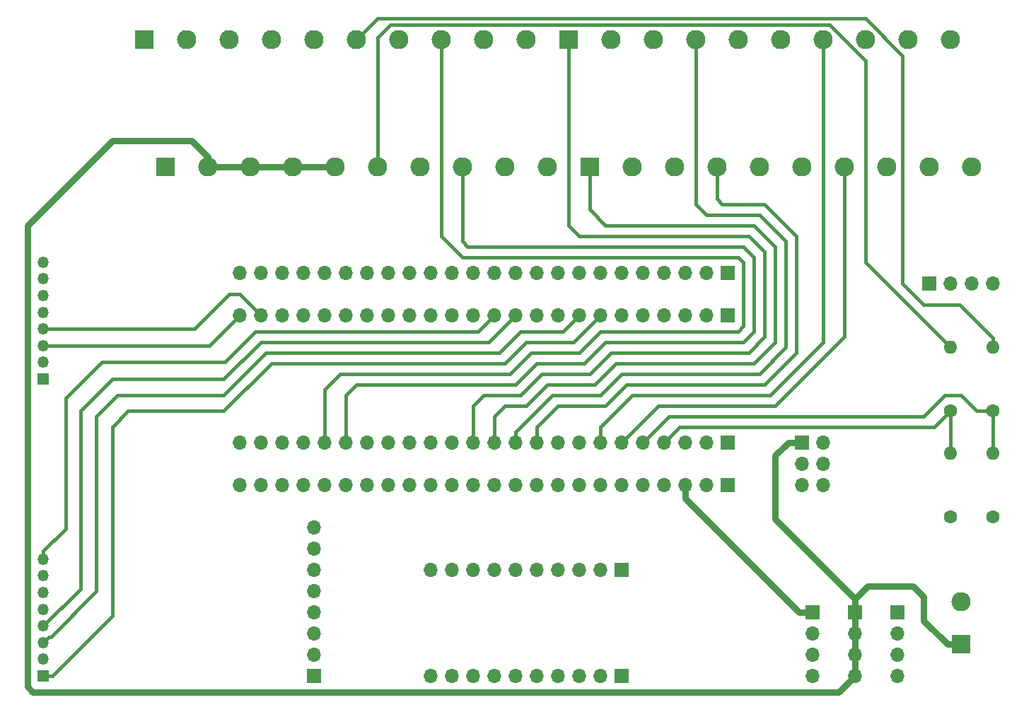
<source format=gbr>
G04 #@! TF.GenerationSoftware,KiCad,Pcbnew,(5.1.4)-1*
G04 #@! TF.CreationDate,2020-01-23T23:34:45-05:00*
G04 #@! TF.ProjectId,MainDataAquisitionBoard,4d61696e-4461-4746-9141-717569736974,rev?*
G04 #@! TF.SameCoordinates,Original*
G04 #@! TF.FileFunction,Copper,L1,Top*
G04 #@! TF.FilePolarity,Positive*
%FSLAX46Y46*%
G04 Gerber Fmt 4.6, Leading zero omitted, Abs format (unit mm)*
G04 Created by KiCad (PCBNEW (5.1.4)-1) date 2020-01-23 23:34:45*
%MOMM*%
%LPD*%
G04 APERTURE LIST*
%ADD10R,1.700000X1.700000*%
%ADD11O,1.700000X1.700000*%
%ADD12R,1.350000X1.350000*%
%ADD13O,1.350000X1.350000*%
%ADD14C,1.600000*%
%ADD15O,1.600000X1.600000*%
%ADD16O,2.300000X2.300000*%
%ADD17R,2.300000X2.300000*%
%ADD18C,0.381000*%
%ADD19C,0.762000*%
G04 APERTURE END LIST*
D10*
X148590000Y-102870000D03*
D11*
X146050000Y-102870000D03*
X143510000Y-102870000D03*
X140970000Y-102870000D03*
X138430000Y-102870000D03*
X135890000Y-102870000D03*
X133350000Y-102870000D03*
X130810000Y-102870000D03*
X128270000Y-102870000D03*
X125730000Y-102870000D03*
X123190000Y-102870000D03*
X120650000Y-102870000D03*
X118110000Y-102870000D03*
X115570000Y-102870000D03*
X113030000Y-102870000D03*
X110490000Y-102870000D03*
X107950000Y-102870000D03*
X105410000Y-102870000D03*
X102870000Y-102870000D03*
X100330000Y-102870000D03*
X97790000Y-102870000D03*
X95250000Y-102870000D03*
X92710000Y-102870000D03*
X90170000Y-102870000D03*
D10*
X135890000Y-118110000D03*
D11*
X133350000Y-118110000D03*
X130810000Y-118110000D03*
X128270000Y-118110000D03*
X125730000Y-118110000D03*
X123190000Y-118110000D03*
X120650000Y-118110000D03*
X118110000Y-118110000D03*
X115570000Y-118110000D03*
X113030000Y-118110000D03*
D12*
X66675000Y-130810000D03*
D13*
X66675000Y-128810000D03*
X66675000Y-126810000D03*
X66675000Y-124810000D03*
X66675000Y-122810000D03*
X66675000Y-120810000D03*
X66675000Y-118810000D03*
X66675000Y-116810000D03*
D14*
X180340000Y-111760000D03*
D15*
X180340000Y-104140000D03*
D11*
X90170000Y-82550000D03*
X92710000Y-82550000D03*
X95250000Y-82550000D03*
X97790000Y-82550000D03*
X100330000Y-82550000D03*
X102870000Y-82550000D03*
X105410000Y-82550000D03*
X107950000Y-82550000D03*
X110490000Y-82550000D03*
X113030000Y-82550000D03*
X115570000Y-82550000D03*
X118110000Y-82550000D03*
X120650000Y-82550000D03*
X123190000Y-82550000D03*
X125730000Y-82550000D03*
X128270000Y-82550000D03*
X130810000Y-82550000D03*
X133350000Y-82550000D03*
X135890000Y-82550000D03*
X138430000Y-82550000D03*
X140970000Y-82550000D03*
X143510000Y-82550000D03*
X146050000Y-82550000D03*
D10*
X148590000Y-82550000D03*
X148590000Y-87630000D03*
D11*
X146050000Y-87630000D03*
X143510000Y-87630000D03*
X140970000Y-87630000D03*
X138430000Y-87630000D03*
X135890000Y-87630000D03*
X133350000Y-87630000D03*
X130810000Y-87630000D03*
X128270000Y-87630000D03*
X125730000Y-87630000D03*
X123190000Y-87630000D03*
X120650000Y-87630000D03*
X118110000Y-87630000D03*
X115570000Y-87630000D03*
X113030000Y-87630000D03*
X110490000Y-87630000D03*
X107950000Y-87630000D03*
X105410000Y-87630000D03*
X102870000Y-87630000D03*
X100330000Y-87630000D03*
X97790000Y-87630000D03*
X95250000Y-87630000D03*
X92710000Y-87630000D03*
X90170000Y-87630000D03*
X90170000Y-107950000D03*
X92710000Y-107950000D03*
X95250000Y-107950000D03*
X97790000Y-107950000D03*
X100330000Y-107950000D03*
X102870000Y-107950000D03*
X105410000Y-107950000D03*
X107950000Y-107950000D03*
X110490000Y-107950000D03*
X113030000Y-107950000D03*
X115570000Y-107950000D03*
X118110000Y-107950000D03*
X120650000Y-107950000D03*
X123190000Y-107950000D03*
X125730000Y-107950000D03*
X128270000Y-107950000D03*
X130810000Y-107950000D03*
X133350000Y-107950000D03*
X135890000Y-107950000D03*
X138430000Y-107950000D03*
X140970000Y-107950000D03*
X143510000Y-107950000D03*
X146050000Y-107950000D03*
D10*
X148590000Y-107950000D03*
D13*
X66675000Y-81250000D03*
X66675000Y-83250000D03*
X66675000Y-85250000D03*
X66675000Y-87250000D03*
X66675000Y-89250000D03*
X66675000Y-91250000D03*
X66675000Y-93250000D03*
D12*
X66675000Y-95250000D03*
D11*
X168910000Y-130810000D03*
X168910000Y-128270000D03*
X168910000Y-125730000D03*
D10*
X168910000Y-123190000D03*
X163830000Y-123190000D03*
D11*
X163830000Y-125730000D03*
X163830000Y-128270000D03*
X163830000Y-130810000D03*
D10*
X172720000Y-83820000D03*
D11*
X175260000Y-83820000D03*
X177800000Y-83820000D03*
X180340000Y-83820000D03*
X158750000Y-130810000D03*
X158750000Y-128270000D03*
X158750000Y-125730000D03*
D10*
X158750000Y-123190000D03*
D15*
X175260000Y-91440000D03*
D14*
X175260000Y-99060000D03*
D15*
X175260000Y-104140000D03*
D14*
X175260000Y-111760000D03*
X180340000Y-99060000D03*
D15*
X180340000Y-91440000D03*
D10*
X99060000Y-130810000D03*
D11*
X99060000Y-128270000D03*
X99060000Y-125730000D03*
X99060000Y-123190000D03*
X99060000Y-120650000D03*
X99060000Y-118110000D03*
X99060000Y-115570000D03*
X99060000Y-113030000D03*
X113030000Y-130810000D03*
X115570000Y-130810000D03*
X118110000Y-130810000D03*
X120650000Y-130810000D03*
X123190000Y-130810000D03*
X125730000Y-130810000D03*
X128270000Y-130810000D03*
X130810000Y-130810000D03*
X133350000Y-130810000D03*
D10*
X135890000Y-130810000D03*
X157480000Y-102870000D03*
D11*
X160020000Y-102870000D03*
X157480000Y-105410000D03*
X160020000Y-105410000D03*
X157480000Y-107950000D03*
X160020000Y-107950000D03*
D16*
X127000000Y-69850000D03*
X121920000Y-69850000D03*
X116840000Y-69850000D03*
X111760000Y-69850000D03*
X106680000Y-69850000D03*
X101600000Y-69850000D03*
X96520000Y-69850000D03*
X91440000Y-69850000D03*
D17*
X81280000Y-69850000D03*
D16*
X86360000Y-69850000D03*
X177800000Y-69850000D03*
X172720000Y-69850000D03*
X167640000Y-69850000D03*
X162560000Y-69850000D03*
X157480000Y-69850000D03*
X152400000Y-69850000D03*
X147320000Y-69850000D03*
X142240000Y-69850000D03*
D17*
X132080000Y-69850000D03*
D16*
X137160000Y-69850000D03*
X83820000Y-54610000D03*
D17*
X78740000Y-54610000D03*
D16*
X88900000Y-54610000D03*
X93980000Y-54610000D03*
X99060000Y-54610000D03*
X104140000Y-54610000D03*
X109220000Y-54610000D03*
X114300000Y-54610000D03*
X119380000Y-54610000D03*
X124460000Y-54610000D03*
X134620000Y-54610000D03*
D17*
X129540000Y-54610000D03*
D16*
X139700000Y-54610000D03*
X144780000Y-54610000D03*
X149860000Y-54610000D03*
X154940000Y-54610000D03*
X160020000Y-54610000D03*
X165100000Y-54610000D03*
X170180000Y-54610000D03*
X175260000Y-54610000D03*
D17*
X176530000Y-127000000D03*
D16*
X176530000Y-121920000D03*
D18*
X86550000Y-91250000D02*
X90170000Y-87630000D01*
X66675000Y-91250000D02*
X86550000Y-91250000D01*
X90170000Y-85090000D02*
X92710000Y-87630000D01*
X88900000Y-85090000D02*
X90170000Y-85090000D01*
X84740000Y-89250000D02*
X88900000Y-85090000D01*
X66675000Y-89250000D02*
X84740000Y-89250000D01*
D19*
X157138000Y-123190000D02*
X158750000Y-123190000D01*
X143510000Y-109562000D02*
X157138000Y-123190000D01*
X143510000Y-107950000D02*
X143510000Y-109562000D01*
D18*
X121920000Y-98425000D02*
X120650000Y-99695000D01*
X124460000Y-98425000D02*
X121920000Y-98425000D01*
X127000000Y-95885000D02*
X124460000Y-98425000D01*
X135255000Y-93345000D02*
X132715000Y-95885000D01*
X151765000Y-93345000D02*
X135255000Y-93345000D01*
X132715000Y-95885000D02*
X127000000Y-95885000D01*
X132080000Y-74930000D02*
X133985000Y-76835000D01*
X120650000Y-99695000D02*
X120650000Y-102870000D01*
X132080000Y-69850000D02*
X132080000Y-74930000D01*
X133985000Y-76835000D02*
X151765000Y-76835000D01*
X151765000Y-76835000D02*
X154305000Y-79375000D01*
X154305000Y-79375000D02*
X154305000Y-90805000D01*
X154305000Y-90805000D02*
X151765000Y-93345000D01*
X133985000Y-98425000D02*
X128270000Y-98425000D01*
X128270000Y-98425000D02*
X125730000Y-100965000D01*
X153035000Y-95885000D02*
X136525000Y-95885000D01*
X147320000Y-73660000D02*
X147955000Y-74295000D01*
X147320000Y-69850000D02*
X147320000Y-73660000D01*
X136525000Y-95885000D02*
X133985000Y-98425000D01*
X147955000Y-74295000D02*
X153035000Y-74295000D01*
X153035000Y-74295000D02*
X156845000Y-78105000D01*
X156845000Y-78105000D02*
X156845000Y-92075000D01*
X125730000Y-100965000D02*
X125730000Y-102870000D01*
X156845000Y-92075000D02*
X153035000Y-95885000D01*
X119380000Y-97155000D02*
X118110000Y-98425000D01*
X123825000Y-97155000D02*
X119380000Y-97155000D01*
X118110000Y-98425000D02*
X118110000Y-102870000D01*
X151130000Y-92075000D02*
X134620000Y-92075000D01*
X129540000Y-76835000D02*
X130810000Y-78105000D01*
X134620000Y-92075000D02*
X132080000Y-94615000D01*
X129540000Y-54610000D02*
X129540000Y-76835000D01*
X126365000Y-94615000D02*
X123825000Y-97155000D01*
X132080000Y-94615000D02*
X126365000Y-94615000D01*
X130810000Y-78105000D02*
X151130000Y-78105000D01*
X151130000Y-78105000D02*
X153035000Y-80010000D01*
X153035000Y-80010000D02*
X153035000Y-90170000D01*
X153035000Y-90170000D02*
X151130000Y-92075000D01*
D19*
X163830000Y-123190000D02*
X163830000Y-130810000D01*
X163830000Y-121578000D02*
X163830000Y-123190000D01*
X176530000Y-127000000D02*
X174918000Y-127000000D01*
X174918000Y-127000000D02*
X172085000Y-124167000D01*
X172085000Y-124167000D02*
X172085000Y-121285000D01*
X172085000Y-121285000D02*
X170815000Y-120015000D01*
X170815000Y-120015000D02*
X165393000Y-120015000D01*
X165393000Y-120015000D02*
X163830000Y-121578000D01*
X155868000Y-102870000D02*
X157480000Y-102870000D01*
X154305000Y-104433000D02*
X155868000Y-102870000D01*
X154305000Y-112053000D02*
X154305000Y-104433000D01*
X163830000Y-121578000D02*
X154305000Y-112053000D01*
X86360000Y-69850000D02*
X101600000Y-69850000D01*
X161925000Y-132715000D02*
X163830000Y-130810000D01*
X65405000Y-132715000D02*
X161925000Y-132715000D01*
X86360000Y-68647919D02*
X84387081Y-66675000D01*
X86360000Y-69850000D02*
X86360000Y-68647919D01*
X84387081Y-66675000D02*
X74930000Y-66675000D01*
X74930000Y-66675000D02*
X64770000Y-76835000D01*
X64770000Y-76835000D02*
X64770000Y-132080000D01*
X64770000Y-132080000D02*
X65405000Y-132715000D01*
D18*
X120015000Y-90805000D02*
X123190000Y-87630000D01*
X71120000Y-120365000D02*
X71120000Y-99060000D01*
X71120000Y-99060000D02*
X74930000Y-95250000D01*
X74930000Y-95250000D02*
X88265000Y-95250000D01*
X88265000Y-95250000D02*
X92710000Y-90805000D01*
X92710000Y-90805000D02*
X120015000Y-90805000D01*
X66675000Y-124810000D02*
X71120000Y-120365000D01*
X118745000Y-89535000D02*
X120650000Y-87630000D01*
X92075000Y-89535000D02*
X118745000Y-89535000D01*
X66675000Y-115855406D02*
X69342000Y-113188406D01*
X66675000Y-116810000D02*
X66675000Y-115855406D01*
X69342000Y-113188406D02*
X69342000Y-97536000D01*
X69342000Y-97536000D02*
X73660000Y-93218000D01*
X73660000Y-93218000D02*
X88392000Y-93218000D01*
X88392000Y-93218000D02*
X92075000Y-89535000D01*
X100330000Y-96520000D02*
X100330000Y-102870000D01*
X102235000Y-94615000D02*
X100330000Y-96520000D01*
X122555000Y-94615000D02*
X102235000Y-94615000D01*
X125095000Y-92075000D02*
X122555000Y-94615000D01*
X130810000Y-92075000D02*
X125095000Y-92075000D01*
X133350000Y-89535000D02*
X130810000Y-92075000D01*
X149860000Y-89535000D02*
X133350000Y-89535000D01*
X114300000Y-54610000D02*
X114300000Y-78105000D01*
X116840000Y-80645000D02*
X149860000Y-80645000D01*
X149860000Y-80645000D02*
X150495000Y-81280000D01*
X114300000Y-78105000D02*
X116840000Y-80645000D01*
X150495000Y-81280000D02*
X150495000Y-88900000D01*
X150495000Y-88900000D02*
X149860000Y-89535000D01*
X102870000Y-97155000D02*
X102870000Y-102870000D01*
X104140000Y-95885000D02*
X102870000Y-97155000D01*
X123190000Y-95885000D02*
X104140000Y-95885000D01*
X125730000Y-93345000D02*
X123190000Y-95885000D01*
X131445000Y-93345000D02*
X125730000Y-93345000D01*
X133985000Y-90805000D02*
X131445000Y-93345000D01*
X150495000Y-90805000D02*
X133985000Y-90805000D01*
X116840000Y-69850000D02*
X116840000Y-78740000D01*
X116840000Y-78740000D02*
X117475000Y-79375000D01*
X117475000Y-79375000D02*
X150495000Y-79375000D01*
X150495000Y-79375000D02*
X151765000Y-80645000D01*
X151765000Y-80645000D02*
X151765000Y-89535000D01*
X151765000Y-89535000D02*
X150495000Y-90805000D01*
X123190000Y-101600000D02*
X123190000Y-102870000D01*
X127635000Y-97155000D02*
X123190000Y-101600000D01*
X133350000Y-97155000D02*
X127635000Y-97155000D01*
X135890000Y-94615000D02*
X133350000Y-97155000D01*
X144780000Y-74295000D02*
X146050000Y-75565000D01*
X144780000Y-54610000D02*
X144780000Y-74295000D01*
X146050000Y-75565000D02*
X152400000Y-75565000D01*
X152400000Y-75565000D02*
X155575000Y-78740000D01*
X155575000Y-78740000D02*
X155575000Y-91440000D01*
X152400000Y-94615000D02*
X135890000Y-94615000D01*
X155575000Y-91440000D02*
X152400000Y-94615000D01*
X160020000Y-54610000D02*
X160020000Y-90805000D01*
X160020000Y-90805000D02*
X153670000Y-97155000D01*
X153670000Y-97155000D02*
X137160000Y-97155000D01*
X137160000Y-97155000D02*
X133350000Y-100965000D01*
X133350000Y-100965000D02*
X133350000Y-102870000D01*
X165100000Y-81280000D02*
X175260000Y-91440000D01*
X165100000Y-57150000D02*
X165100000Y-81280000D01*
X160782000Y-52832000D02*
X165100000Y-57150000D01*
X108204000Y-52832000D02*
X160782000Y-52832000D01*
X106680000Y-54356000D02*
X108204000Y-52832000D01*
X106680000Y-69850000D02*
X106680000Y-54356000D01*
X165100000Y-52070000D02*
X106680000Y-52070000D01*
X180340000Y-90308630D02*
X176391370Y-86360000D01*
X180340000Y-91440000D02*
X180340000Y-90308630D01*
X176391370Y-86360000D02*
X172085000Y-86360000D01*
X172085000Y-86360000D02*
X169545000Y-83820000D01*
X169545000Y-83820000D02*
X169545000Y-56515000D01*
X106680000Y-52070000D02*
X104140000Y-54610000D01*
X169545000Y-56515000D02*
X165100000Y-52070000D01*
X140335000Y-98425000D02*
X135890000Y-102870000D01*
X154305000Y-98425000D02*
X140335000Y-98425000D01*
X162560000Y-69850000D02*
X162560000Y-90170000D01*
X162560000Y-90170000D02*
X154305000Y-98425000D01*
X130175000Y-90805000D02*
X130810000Y-90170000D01*
X124460000Y-90805000D02*
X130175000Y-90805000D01*
X121920000Y-93345000D02*
X124460000Y-90805000D01*
X93980000Y-93345000D02*
X121920000Y-93345000D01*
X66675000Y-130810000D02*
X67731000Y-130810000D01*
X67731000Y-130810000D02*
X74930000Y-123611000D01*
X130810000Y-90170000D02*
X133350000Y-87630000D01*
X74930000Y-123611000D02*
X74930000Y-100965000D01*
X74930000Y-100965000D02*
X76835000Y-99060000D01*
X76835000Y-99060000D02*
X88265000Y-99060000D01*
X88265000Y-99060000D02*
X93980000Y-93345000D01*
X93345000Y-92075000D02*
X121285000Y-92075000D01*
X88265000Y-97155000D02*
X93345000Y-92075000D01*
X66675000Y-126810000D02*
X67349999Y-126135001D01*
X128905000Y-89535000D02*
X130810000Y-87630000D01*
X67349999Y-126135001D02*
X67539999Y-126135001D01*
X67539999Y-126135001D02*
X73025000Y-120650000D01*
X121285000Y-92075000D02*
X123825000Y-89535000D01*
X73025000Y-120650000D02*
X73025000Y-99695000D01*
X73025000Y-99695000D02*
X75565000Y-97155000D01*
X123825000Y-89535000D02*
X128905000Y-89535000D01*
X75565000Y-97155000D02*
X88265000Y-97155000D01*
X175260000Y-100191370D02*
X175260000Y-104140000D01*
X175260000Y-99060000D02*
X175260000Y-100191370D01*
X142875000Y-100965000D02*
X140970000Y-102870000D01*
X175260000Y-99060000D02*
X173355000Y-100965000D01*
X173355000Y-100965000D02*
X142875000Y-100965000D01*
X180340000Y-99060000D02*
X180340000Y-104140000D01*
X180340000Y-99060000D02*
X178435000Y-99060000D01*
X178435000Y-99060000D02*
X176530000Y-97155000D01*
X176530000Y-97155000D02*
X174625000Y-97155000D01*
X174625000Y-97155000D02*
X172085000Y-99695000D01*
X141605000Y-99695000D02*
X138430000Y-102870000D01*
X172085000Y-99695000D02*
X141605000Y-99695000D01*
M02*

</source>
